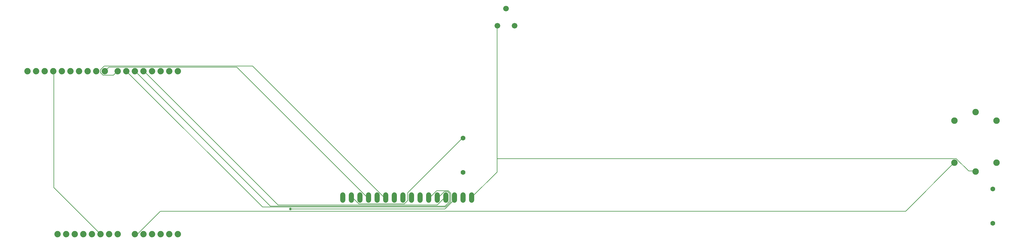
<source format=gbr>
G04 EAGLE Gerber RS-274X export*
G75*
%MOMM*%
%FSLAX34Y34*%
%LPD*%
%INBottom Copper*%
%IPPOS*%
%AMOC8*
5,1,8,0,0,1.08239X$1,22.5*%
G01*
G04 Define Apertures*
%ADD10C,1.430000*%
%ADD11C,1.879600*%
%ADD12C,1.524000*%
%ADD13C,1.676400*%
%ADD14C,1.905000*%
%ADD15C,0.152400*%
%ADD16C,0.756400*%
D10*
X1575753Y441198D03*
X1575753Y542798D03*
D11*
X428050Y258408D03*
X453450Y258408D03*
X478850Y258408D03*
X504250Y258408D03*
X529650Y258408D03*
X555050Y258408D03*
X605850Y258408D03*
X631250Y258408D03*
X656650Y258408D03*
X682050Y258408D03*
X707450Y258408D03*
X732850Y258408D03*
X732850Y741008D03*
X707450Y741008D03*
X682050Y741008D03*
X656650Y741008D03*
X631250Y741008D03*
X605850Y741008D03*
X580450Y741008D03*
X555050Y741008D03*
X516950Y741008D03*
X491550Y741008D03*
X466150Y741008D03*
X440750Y741008D03*
X415350Y741008D03*
X389950Y741008D03*
X364550Y741008D03*
X339150Y741008D03*
X313750Y741008D03*
X288350Y741008D03*
X402650Y258408D03*
X377250Y258408D03*
D12*
X1220153Y358648D02*
X1220153Y373888D01*
X1245553Y373888D02*
X1245553Y358648D01*
X1270953Y358648D02*
X1270953Y373888D01*
X1296353Y373888D02*
X1296353Y358648D01*
X1321753Y358648D02*
X1321753Y373888D01*
X1347153Y373888D02*
X1347153Y358648D01*
X1372553Y358648D02*
X1372553Y373888D01*
X1397953Y373888D02*
X1397953Y358648D01*
X1423353Y358648D02*
X1423353Y373888D01*
X1448753Y373888D02*
X1448753Y358648D01*
X1474153Y358648D02*
X1474153Y373888D01*
X1499553Y373888D02*
X1499553Y358648D01*
X1524953Y358648D02*
X1524953Y373888D01*
X1550353Y373888D02*
X1550353Y358648D01*
X1575753Y358648D02*
X1575753Y373888D01*
X1601153Y373888D02*
X1601153Y358648D01*
D13*
X1677437Y875440D03*
X1702837Y926240D03*
X1728237Y875440D03*
D14*
X3153292Y593873D03*
X3091062Y619527D03*
X3028832Y593873D03*
X3028832Y469413D03*
X3091062Y443759D03*
X3153292Y469413D03*
D10*
X3141862Y290343D03*
X3141862Y391943D03*
D15*
X1249680Y365760D02*
X1246632Y365760D01*
X1249680Y365760D02*
X1267968Y347472D01*
X1402080Y347472D01*
X1412748Y358140D01*
X1412748Y381000D01*
X1574292Y542544D01*
X1246632Y365760D02*
X1245553Y366268D01*
X1574292Y542544D02*
X1575753Y542798D01*
X365760Y396240D02*
X365760Y740664D01*
X365760Y396240D02*
X502920Y259080D01*
X365760Y740664D02*
X364550Y741008D01*
X502920Y259080D02*
X504250Y258408D01*
X1676400Y441960D02*
X1676400Y481584D01*
X1676400Y874776D01*
X1676400Y441960D02*
X1601724Y367284D01*
X1676400Y874776D02*
X1677437Y875440D01*
X1601724Y367284D02*
X1601153Y366268D01*
X3070860Y445008D02*
X3090672Y445008D01*
X3070860Y445008D02*
X3034284Y481584D01*
X1676400Y481584D01*
X3090672Y445008D02*
X3091062Y443759D01*
X1295400Y367284D02*
X1292352Y367284D01*
X906780Y752856D01*
X528828Y752856D01*
X518160Y742188D01*
X1295400Y367284D02*
X1296353Y366268D01*
X518160Y742188D02*
X516950Y741008D01*
X606552Y259080D02*
X614172Y259080D01*
X681228Y326136D01*
X2884932Y326136D01*
X3028188Y469392D01*
X606552Y259080D02*
X605850Y258408D01*
X3028188Y469392D02*
X3028832Y469413D01*
X1345692Y367284D02*
X1342644Y367284D01*
X954024Y755904D01*
X515112Y755904D01*
X504444Y745236D01*
X504444Y736092D01*
X512064Y728472D01*
X542544Y728472D01*
X554736Y740664D01*
X1345692Y367284D02*
X1347153Y366268D01*
X555050Y741008D02*
X554736Y740664D01*
X1475232Y367284D02*
X1478280Y367284D01*
X1498092Y387096D01*
X1531620Y387096D01*
X1539240Y379476D01*
X1539240Y353568D01*
X1524000Y338328D01*
X982980Y338328D01*
X580644Y740664D01*
X1474153Y366268D02*
X1475232Y367284D01*
X580644Y740664D02*
X580450Y741008D01*
X1499616Y367284D02*
X1504188Y367284D01*
X1520952Y384048D01*
X1530096Y384048D01*
X1536192Y377952D01*
X1536192Y355092D01*
X1522476Y341376D01*
X1005840Y341376D01*
X606552Y740664D01*
X1499616Y367284D02*
X1499553Y366268D01*
X606552Y740664D02*
X605850Y741008D01*
X1520952Y365760D02*
X1524000Y365760D01*
X1520952Y365760D02*
X1499616Y344424D01*
X1028700Y344424D01*
X632460Y740664D01*
X1524000Y365760D02*
X1524953Y366268D01*
X632460Y740664D02*
X631250Y741008D01*
X1549908Y365760D02*
X1549908Y359664D01*
X1522476Y332232D01*
X1065276Y332232D01*
X1549908Y365760D02*
X1550353Y366268D01*
D16*
X1065276Y332232D03*
M02*

</source>
